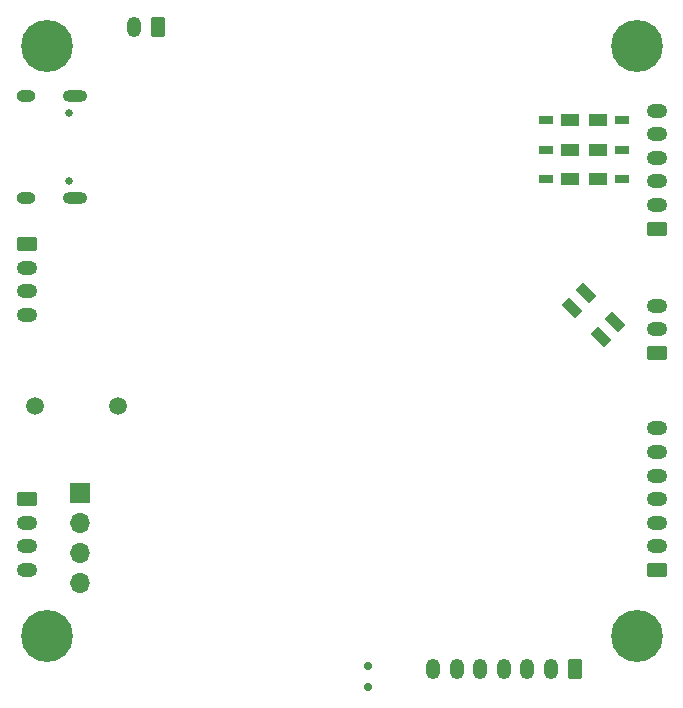
<source format=gbs>
G04 #@! TF.GenerationSoftware,KiCad,Pcbnew,(6.0.5)*
G04 #@! TF.CreationDate,2022-08-26T20:13:18-07:00*
G04 #@! TF.ProjectId,main,6d61696e-2e6b-4696-9361-645f70636258,1*
G04 #@! TF.SameCoordinates,Original*
G04 #@! TF.FileFunction,Soldermask,Bot*
G04 #@! TF.FilePolarity,Negative*
%FSLAX46Y46*%
G04 Gerber Fmt 4.6, Leading zero omitted, Abs format (unit mm)*
G04 Created by KiCad (PCBNEW (6.0.5)) date 2022-08-26 20:13:18*
%MOMM*%
%LPD*%
G01*
G04 APERTURE LIST*
G04 Aperture macros list*
%AMRoundRect*
0 Rectangle with rounded corners*
0 $1 Rounding radius*
0 $2 $3 $4 $5 $6 $7 $8 $9 X,Y pos of 4 corners*
0 Add a 4 corners polygon primitive as box body*
4,1,4,$2,$3,$4,$5,$6,$7,$8,$9,$2,$3,0*
0 Add four circle primitives for the rounded corners*
1,1,$1+$1,$2,$3*
1,1,$1+$1,$4,$5*
1,1,$1+$1,$6,$7*
1,1,$1+$1,$8,$9*
0 Add four rect primitives between the rounded corners*
20,1,$1+$1,$2,$3,$4,$5,0*
20,1,$1+$1,$4,$5,$6,$7,0*
20,1,$1+$1,$6,$7,$8,$9,0*
20,1,$1+$1,$8,$9,$2,$3,0*%
%AMRotRect*
0 Rectangle, with rotation*
0 The origin of the aperture is its center*
0 $1 length*
0 $2 width*
0 $3 Rotation angle, in degrees counterclockwise*
0 Add horizontal line*
21,1,$1,$2,0,0,$3*%
G04 Aperture macros list end*
%ADD10RoundRect,0.250000X0.625000X-0.350000X0.625000X0.350000X-0.625000X0.350000X-0.625000X-0.350000X0*%
%ADD11O,1.750000X1.200000*%
%ADD12RoundRect,0.250000X0.350000X0.625000X-0.350000X0.625000X-0.350000X-0.625000X0.350000X-0.625000X0*%
%ADD13O,1.200000X1.750000*%
%ADD14C,1.500000*%
%ADD15C,0.700000*%
%ADD16C,4.400000*%
%ADD17RoundRect,0.250000X-0.625000X0.350000X-0.625000X-0.350000X0.625000X-0.350000X0.625000X0.350000X0*%
%ADD18C,0.650000*%
%ADD19O,1.600000X1.000000*%
%ADD20O,2.100000X1.000000*%
%ADD21R,1.700000X1.700000*%
%ADD22O,1.700000X1.700000*%
%ADD23R,1.600000X1.000000*%
%ADD24R,1.200000X0.700000*%
%ADD25RotRect,1.600000X0.850000X135.000000*%
G04 APERTURE END LIST*
D10*
X106650000Y-81000000D03*
D11*
X106650000Y-79000000D03*
X106650000Y-77000000D03*
D12*
X99700000Y-107800000D03*
D13*
X97700000Y-107800000D03*
X95700000Y-107800000D03*
X93700000Y-107800000D03*
X91700000Y-107800000D03*
X89700000Y-107800000D03*
X87700000Y-107800000D03*
D14*
X54025000Y-85500000D03*
X61025000Y-85500000D03*
D15*
X106166726Y-53833274D03*
X105000000Y-56650000D03*
X106166726Y-56166726D03*
X105000000Y-53350000D03*
X106650000Y-55000000D03*
X103833274Y-53833274D03*
X103350000Y-55000000D03*
X103833274Y-56166726D03*
D16*
X105000000Y-55000000D03*
D15*
X106166726Y-106166726D03*
X106166726Y-103833274D03*
X105000000Y-103350000D03*
X103833274Y-103833274D03*
X103350000Y-105000000D03*
D16*
X105000000Y-105000000D03*
D15*
X103833274Y-106166726D03*
X105000000Y-106650000D03*
X106650000Y-105000000D03*
D17*
X53350000Y-93400000D03*
D11*
X53350000Y-95400000D03*
X53350000Y-97400000D03*
X53350000Y-99400000D03*
D15*
X53833274Y-56166726D03*
X55000000Y-56650000D03*
X56650000Y-55000000D03*
X53833274Y-53833274D03*
D16*
X55000000Y-55000000D03*
D15*
X56166726Y-53833274D03*
X55000000Y-53350000D03*
X53350000Y-55000000D03*
X56166726Y-56166726D03*
X56166726Y-106166726D03*
X55000000Y-103350000D03*
X56650000Y-105000000D03*
X56166726Y-103833274D03*
D16*
X55000000Y-105000000D03*
D15*
X55000000Y-106650000D03*
X53833274Y-106166726D03*
X53833274Y-103833274D03*
X53350000Y-105000000D03*
X82200000Y-109300000D03*
X82200000Y-107500000D03*
D18*
X56905000Y-60710000D03*
X56905000Y-66490000D03*
D19*
X53225000Y-67920000D03*
X53225000Y-59280000D03*
D20*
X57405000Y-67920000D03*
X57405000Y-59280000D03*
D12*
X64400000Y-53450000D03*
D13*
X62400000Y-53450000D03*
D21*
X57800000Y-92900000D03*
D22*
X57800000Y-95440000D03*
X57800000Y-97980000D03*
X57800000Y-100520000D03*
D10*
X106650000Y-99400000D03*
D11*
X106650000Y-97400000D03*
X106650000Y-95400000D03*
X106650000Y-93400000D03*
X106650000Y-91400000D03*
X106650000Y-89400000D03*
X106650000Y-87400000D03*
D17*
X53350000Y-71800000D03*
D11*
X53350000Y-73800000D03*
X53350000Y-75800000D03*
X53350000Y-77800000D03*
D10*
X106650000Y-70500000D03*
D11*
X106650000Y-68500000D03*
X106650000Y-66500000D03*
X106650000Y-64500000D03*
X106650000Y-62500000D03*
X106650000Y-60500000D03*
D23*
X99300000Y-61300000D03*
D24*
X97250000Y-61300000D03*
X97250000Y-63800000D03*
D23*
X99300000Y-63800000D03*
X99300000Y-66300000D03*
D24*
X97250000Y-66300000D03*
D23*
X101700000Y-61300000D03*
D24*
X103750000Y-61300000D03*
D23*
X101700000Y-63800000D03*
D24*
X103750000Y-63800000D03*
D23*
X101700000Y-66300000D03*
D24*
X103750000Y-66300000D03*
D25*
X103156156Y-78418715D03*
X101918719Y-79656152D03*
X99443846Y-77181279D03*
X100681283Y-75943842D03*
M02*

</source>
